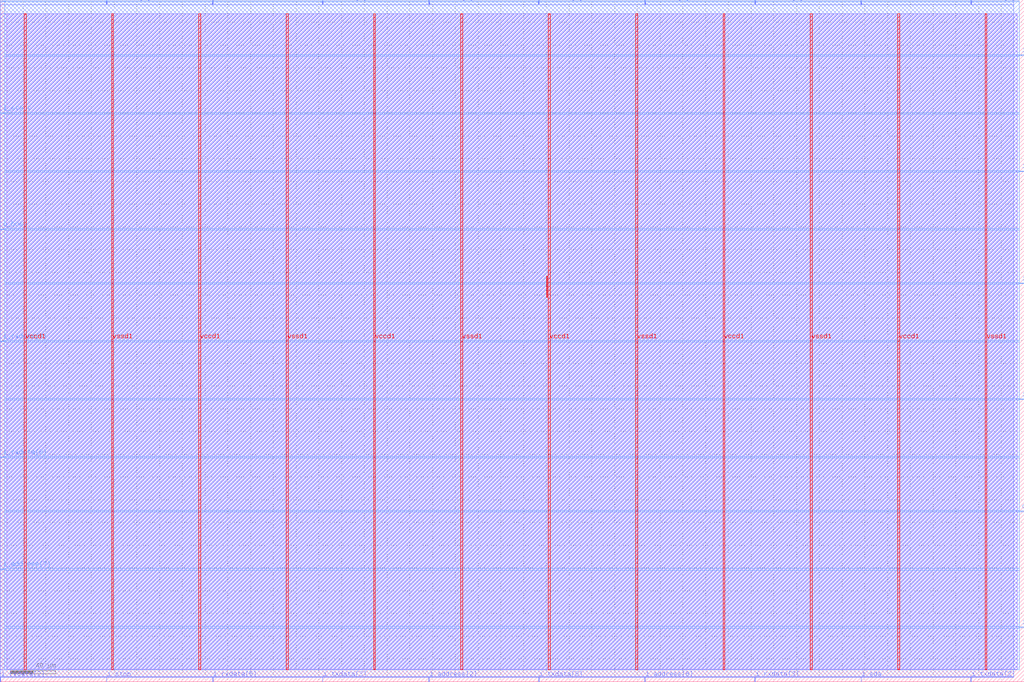
<source format=lef>
VERSION 5.7 ;
  NOWIREEXTENSIONATPIN ON ;
  DIVIDERCHAR "/" ;
  BUSBITCHARS "[]" ;
MACRO i2c_ctrl2202
  CLASS BLOCK ;
  FOREIGN i2c_ctrl2202 ;
  ORIGIN 0.000 0.000 ;
  SIZE 900.000 BY 600.000 ;
  PIN i_address[1]
    DIRECTION INPUT ;
    USE SIGNAL ;
    PORT
      LAYER met3 ;
        RECT 896.000 350.240 900.000 350.840 ;
    END
  END i_address[1]
  PIN i_address[2]
    DIRECTION INPUT ;
    USE SIGNAL ;
    PORT
      LAYER met2 ;
        RECT 376.830 0.000 377.110 4.000 ;
    END
  END i_address[2]
  PIN i_address[3]
    DIRECTION INPUT ;
    USE SIGNAL ;
    PORT
      LAYER met3 ;
        RECT 0.000 598.440 4.000 599.040 ;
    END
  END i_address[3]
  PIN i_address[4]
    DIRECTION INPUT ;
    USE SIGNAL ;
    PORT
      LAYER met3 ;
        RECT 896.000 248.240 900.000 248.840 ;
    END
  END i_address[4]
  PIN i_address[5]
    DIRECTION INPUT ;
    USE SIGNAL ;
    PORT
      LAYER met2 ;
        RECT 663.410 596.000 663.690 600.000 ;
    END
  END i_address[5]
  PIN i_address[6]
    DIRECTION INPUT ;
    USE SIGNAL ;
    PORT
      LAYER met2 ;
        RECT 566.810 0.000 567.090 4.000 ;
    END
  END i_address[6]
  PIN i_address[7]
    DIRECTION INPUT ;
    USE SIGNAL ;
    PORT
      LAYER met3 ;
        RECT 0.000 98.640 4.000 99.240 ;
    END
  END i_address[7]
  PIN i_cclk
    DIRECTION INPUT ;
    USE SIGNAL ;
    PORT
      LAYER met3 ;
        RECT 896.000 550.840 900.000 551.440 ;
    END
  END i_cclk
  PIN i_read
    DIRECTION INPUT ;
    USE SIGNAL ;
    PORT
      LAYER met2 ;
        RECT 756.790 596.000 757.070 600.000 ;
    END
  END i_read
  PIN i_rxdata[1]
    DIRECTION OUTPUT TRISTATE ;
    USE SIGNAL ;
    PORT
      LAYER met3 ;
        RECT 896.000 47.640 900.000 48.240 ;
    END
  END i_rxdata[1]
  PIN i_rxdata[2]
    DIRECTION OUTPUT TRISTATE ;
    USE SIGNAL ;
    PORT
      LAYER met2 ;
        RECT 0.090 0.000 0.370 4.000 ;
    END
  END i_rxdata[2]
  PIN i_rxdata[3]
    DIRECTION OUTPUT TRISTATE ;
    USE SIGNAL ;
    PORT
      LAYER met2 ;
        RECT 663.410 0.000 663.690 4.000 ;
    END
  END i_rxdata[3]
  PIN i_rxdata[4]
    DIRECTION OUTPUT TRISTATE ;
    USE SIGNAL ;
    PORT
      LAYER met2 ;
        RECT 853.390 596.000 853.670 600.000 ;
    END
  END i_rxdata[4]
  PIN i_rxdata[5]
    DIRECTION OUTPUT TRISTATE ;
    USE SIGNAL ;
    PORT
      LAYER met2 ;
        RECT 186.850 0.000 187.130 4.000 ;
    END
  END i_rxdata[5]
  PIN i_rxdata[6]
    DIRECTION OUTPUT TRISTATE ;
    USE SIGNAL ;
    PORT
      LAYER met2 ;
        RECT 376.830 596.000 377.110 600.000 ;
    END
  END i_rxdata[6]
  PIN i_rxdata[7]
    DIRECTION OUTPUT TRISTATE ;
    USE SIGNAL ;
    PORT
      LAYER met3 ;
        RECT 0.000 299.240 4.000 299.840 ;
    END
  END i_rxdata[7]
  PIN i_rxdata[8]
    DIRECTION OUTPUT TRISTATE ;
    USE SIGNAL ;
    PORT
      LAYER met3 ;
        RECT 0.000 197.240 4.000 197.840 ;
    END
  END i_rxdata[8]
  PIN i_sda
    DIRECTION INPUT ;
    USE SIGNAL ;
    PORT
      LAYER met2 ;
        RECT 756.790 0.000 757.070 4.000 ;
    END
  END i_sda
  PIN i_start
    DIRECTION INPUT ;
    USE SIGNAL ;
    PORT
      LAYER met3 ;
        RECT 0.000 499.840 4.000 500.440 ;
    END
  END i_start
  PIN i_stop
    DIRECTION INPUT ;
    USE SIGNAL ;
    PORT
      LAYER met2 ;
        RECT 93.470 0.000 93.750 4.000 ;
    END
  END i_stop
  PIN i_txdata[1]
    DIRECTION INPUT ;
    USE SIGNAL ;
    PORT
      LAYER met2 ;
        RECT 283.450 596.000 283.730 600.000 ;
    END
  END i_txdata[1]
  PIN i_txdata[2]
    DIRECTION INPUT ;
    USE SIGNAL ;
    PORT
      LAYER met2 ;
        RECT 853.390 0.000 853.670 4.000 ;
    END
  END i_txdata[2]
  PIN i_txdata[3]
    DIRECTION INPUT ;
    USE SIGNAL ;
    PORT
      LAYER met2 ;
        RECT 283.450 0.000 283.730 4.000 ;
    END
  END i_txdata[3]
  PIN i_txdata[4]
    DIRECTION INPUT ;
    USE SIGNAL ;
    PORT
      LAYER met2 ;
        RECT 93.470 596.000 93.750 600.000 ;
    END
  END i_txdata[4]
  PIN i_txdata[5]
    DIRECTION INPUT ;
    USE SIGNAL ;
    PORT
      LAYER met3 ;
        RECT 896.000 448.840 900.000 449.440 ;
    END
  END i_txdata[5]
  PIN i_txdata[6]
    DIRECTION INPUT ;
    USE SIGNAL ;
    PORT
      LAYER met2 ;
        RECT 473.430 596.000 473.710 600.000 ;
    END
  END i_txdata[6]
  PIN i_txdata[7]
    DIRECTION INPUT ;
    USE SIGNAL ;
    PORT
      LAYER met2 ;
        RECT 566.810 596.000 567.090 600.000 ;
    END
  END i_txdata[7]
  PIN i_txdata[8]
    DIRECTION INPUT ;
    USE SIGNAL ;
    PORT
      LAYER met2 ;
        RECT 473.430 0.000 473.710 4.000 ;
    END
  END i_txdata[8]
  PIN o_busy
    DIRECTION OUTPUT TRISTATE ;
    USE SIGNAL ;
    PORT
      LAYER met3 ;
        RECT 0.000 397.840 4.000 398.440 ;
    END
  END o_busy
  PIN o_scl
    DIRECTION OUTPUT TRISTATE ;
    USE SIGNAL ;
    PORT
      LAYER met2 ;
        RECT 186.850 596.000 187.130 600.000 ;
    END
  END o_scl
  PIN o_sda
    DIRECTION OUTPUT TRISTATE ;
    USE SIGNAL ;
    PORT
      LAYER met3 ;
        RECT 896.000 149.640 900.000 150.240 ;
    END
  END o_sda
  PIN vccd1
    DIRECTION INPUT ;
    USE POWER ;
    PORT
      LAYER met4 ;
        RECT 21.040 10.640 22.640 587.760 ;
    END
    PORT
      LAYER met4 ;
        RECT 174.640 10.640 176.240 587.760 ;
    END
    PORT
      LAYER met4 ;
        RECT 328.240 10.640 329.840 587.760 ;
    END
    PORT
      LAYER met4 ;
        RECT 481.840 10.640 483.440 587.760 ;
    END
    PORT
      LAYER met4 ;
        RECT 635.440 10.640 637.040 587.760 ;
    END
    PORT
      LAYER met4 ;
        RECT 789.040 10.640 790.640 587.760 ;
    END
  END vccd1
  PIN vssd1
    DIRECTION INPUT ;
    USE GROUND ;
    PORT
      LAYER met4 ;
        RECT 97.840 10.640 99.440 587.760 ;
    END
    PORT
      LAYER met4 ;
        RECT 251.440 10.640 253.040 587.760 ;
    END
    PORT
      LAYER met4 ;
        RECT 405.040 10.640 406.640 587.760 ;
    END
    PORT
      LAYER met4 ;
        RECT 558.640 10.640 560.240 587.760 ;
    END
    PORT
      LAYER met4 ;
        RECT 712.240 10.640 713.840 587.760 ;
    END
    PORT
      LAYER met4 ;
        RECT 865.840 10.640 867.440 587.760 ;
    END
  END vssd1
  OBS
      LAYER li1 ;
        RECT 5.520 10.795 894.240 587.605 ;
      LAYER met1 ;
        RECT 0.070 10.640 894.240 587.760 ;
      LAYER met2 ;
        RECT 0.100 595.720 93.190 598.925 ;
        RECT 94.030 595.720 186.570 598.925 ;
        RECT 187.410 595.720 283.170 598.925 ;
        RECT 284.010 595.720 376.550 598.925 ;
        RECT 377.390 595.720 473.150 598.925 ;
        RECT 473.990 595.720 566.530 598.925 ;
        RECT 567.370 595.720 663.130 598.925 ;
        RECT 663.970 595.720 756.510 598.925 ;
        RECT 757.350 595.720 853.110 598.925 ;
        RECT 853.950 595.720 890.930 598.925 ;
        RECT 0.100 4.280 890.930 595.720 ;
        RECT 0.650 4.000 93.190 4.280 ;
        RECT 94.030 4.000 186.570 4.280 ;
        RECT 187.410 4.000 283.170 4.280 ;
        RECT 284.010 4.000 376.550 4.280 ;
        RECT 377.390 4.000 473.150 4.280 ;
        RECT 473.990 4.000 566.530 4.280 ;
        RECT 567.370 4.000 663.130 4.280 ;
        RECT 663.970 4.000 756.510 4.280 ;
        RECT 757.350 4.000 853.110 4.280 ;
        RECT 853.950 4.000 890.930 4.280 ;
      LAYER met3 ;
        RECT 4.400 598.040 896.000 598.905 ;
        RECT 4.000 551.840 896.000 598.040 ;
        RECT 4.000 550.440 895.600 551.840 ;
        RECT 4.000 500.840 896.000 550.440 ;
        RECT 4.400 499.440 896.000 500.840 ;
        RECT 4.000 449.840 896.000 499.440 ;
        RECT 4.000 448.440 895.600 449.840 ;
        RECT 4.000 398.840 896.000 448.440 ;
        RECT 4.400 397.440 896.000 398.840 ;
        RECT 4.000 351.240 896.000 397.440 ;
        RECT 4.000 349.840 895.600 351.240 ;
        RECT 4.000 300.240 896.000 349.840 ;
        RECT 4.400 298.840 896.000 300.240 ;
        RECT 4.000 249.240 896.000 298.840 ;
        RECT 4.000 247.840 895.600 249.240 ;
        RECT 4.000 198.240 896.000 247.840 ;
        RECT 4.400 196.840 896.000 198.240 ;
        RECT 4.000 150.640 896.000 196.840 ;
        RECT 4.000 149.240 895.600 150.640 ;
        RECT 4.000 99.640 896.000 149.240 ;
        RECT 4.400 98.240 896.000 99.640 ;
        RECT 4.000 48.640 896.000 98.240 ;
        RECT 4.000 47.240 895.600 48.640 ;
        RECT 4.000 10.715 896.000 47.240 ;
      LAYER met4 ;
        RECT 480.535 338.135 480.865 356.825 ;
  END
END i2c_ctrl2202
END LIBRARY


</source>
